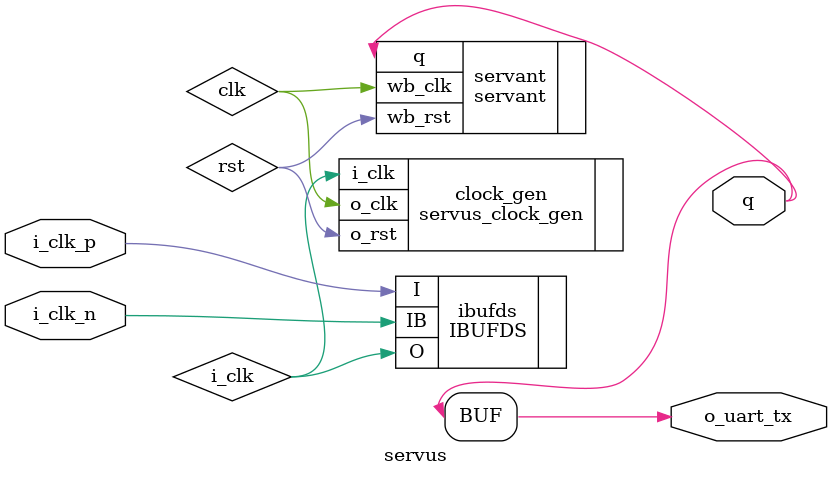
<source format=v>
`default_nettype none
module servus
  (input wire  i_clk_p,
   input wire  i_clk_n,
   output wire o_uart_tx,
   output wire q);

   parameter memfile = "zephyr_hello.hex";
   parameter memsize = 8192;

   wire      i_clk;
   wire      clk;
   wire      rst;

   assign o_uart_tx = q;

   IBUFDS ibufds
     (.I  (i_clk_p),
      .IB (i_clk_n),
      .O  (i_clk));

   servus_clock_gen
   clock_gen
     (.i_clk (i_clk),
      .o_clk (clk),
      .o_rst (rst));

   servant
     #(.memfile (memfile),
       .memsize (memsize))
   servant
     (.wb_clk (clk),
      .wb_rst (rst),
      .q      (q));

endmodule
`default_nettype wire

</source>
